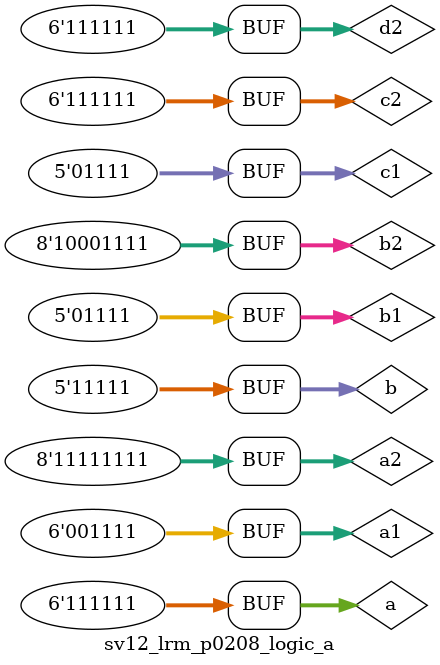
<source format=sv>

module sv12_lrm_p0208_logic_a;

  logic [5:0] a;
  logic signed [4:0] b;
  initial begin
    a = 8'hff;  // After the assignment, a = 6'h3f
    b = 8'hff;  // After the assignment, b = 5'h1f
  end

  logic [0:5] a1;
  logic signed [0:4] b1, c1;
  initial begin
    a1 = 8'sh8f;  // After the assignment, a = 6'h0f
    b1 = 8'sh8f;  // After the assignment, b = 5'h0f
    c1 = -113;    // After the assignment, c = 15
  end            // 1000_1111 = (-'h71 = -113) truncates to ('h0F = 15)

  logic [7:0] a2;
  logic signed [7:0] b2;
  logic signed [5:0] c2, d2;
  initial begin
    a2 = 8'hff;
    c2 = a;     // After the assignment, c = 6'h3f
    b2 = -113;
    d2 = b;     // After the assignment, d = 6'h0f
  end

endmodule : sv12_lrm_p0208_logic_a

</source>
